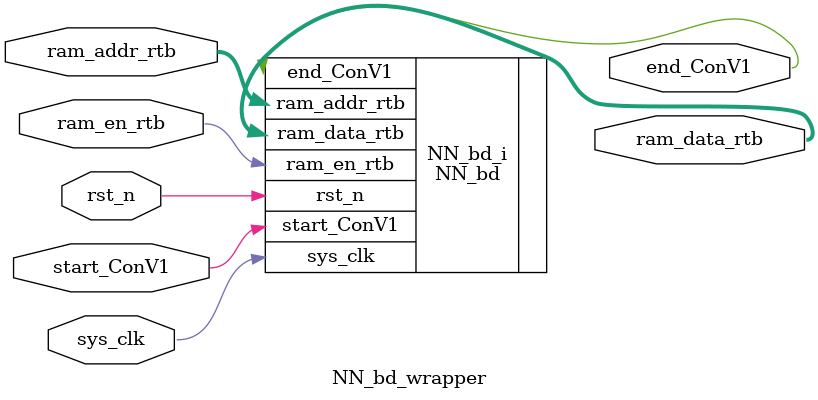
<source format=v>
`timescale 1 ps / 1 ps

module NN_bd_wrapper
   (end_ConV1,
    ram_addr_rtb,
    ram_data_rtb,
    ram_en_rtb,
    rst_n,
    start_ConV1,
    sys_clk);
  output end_ConV1;
  input [15:0]ram_addr_rtb;
  output [8:0]ram_data_rtb;
  input ram_en_rtb;
  input rst_n;
  input start_ConV1;
  input sys_clk;

  wire end_ConV1;
  wire [15:0]ram_addr_rtb;
  wire [8:0]ram_data_rtb;
  wire ram_en_rtb;
  wire rst_n;
  wire start_ConV1;
  wire sys_clk;

  NN_bd NN_bd_i
       (.end_ConV1(end_ConV1),
        .ram_addr_rtb(ram_addr_rtb),
        .ram_data_rtb(ram_data_rtb),
        .ram_en_rtb(ram_en_rtb),
        .rst_n(rst_n),
        .start_ConV1(start_ConV1),
        .sys_clk(sys_clk));
endmodule

</source>
